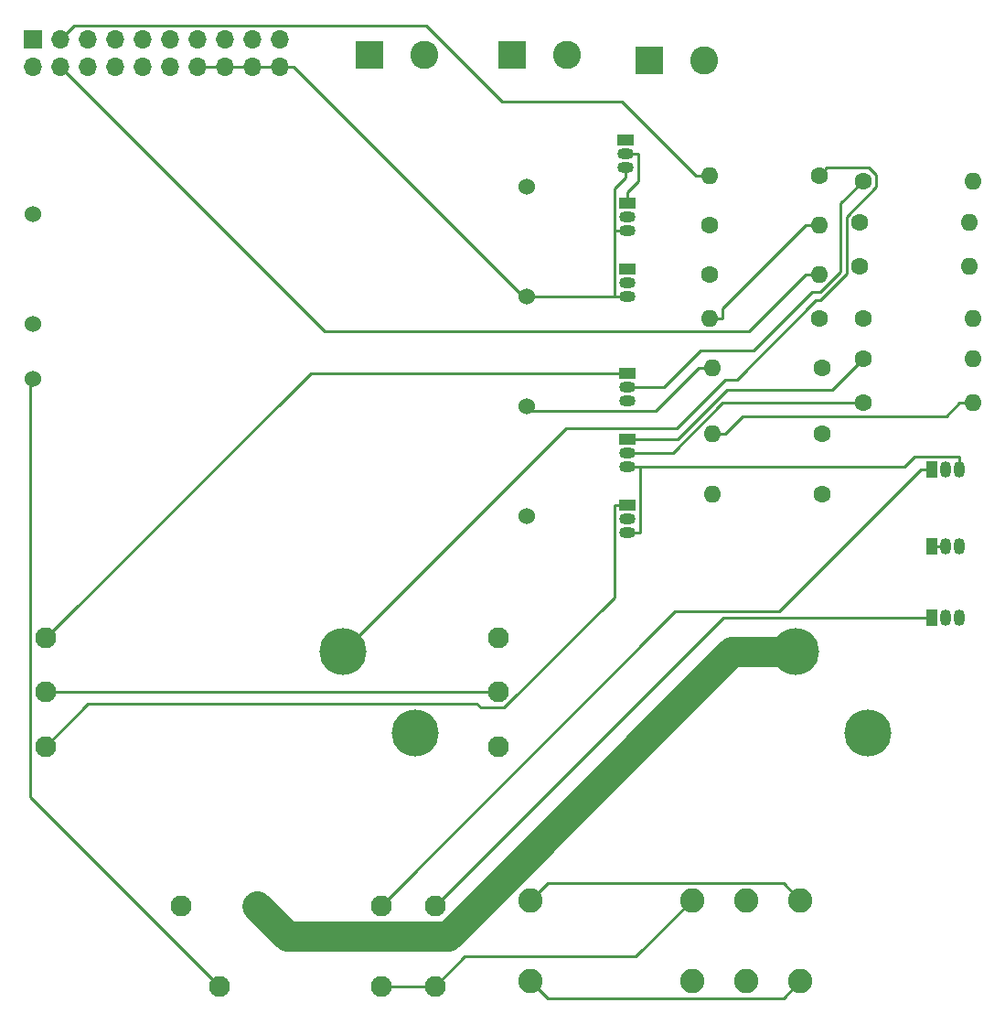
<source format=gbr>
%TF.GenerationSoftware,KiCad,Pcbnew,(5.1.6)-1*%
%TF.CreationDate,2021-11-09T13:55:48+01:00*%
%TF.ProjectId,FoxRobot,466f7852-6f62-46f7-942e-6b696361645f,V01*%
%TF.SameCoordinates,Original*%
%TF.FileFunction,Copper,L2,Bot*%
%TF.FilePolarity,Positive*%
%FSLAX46Y46*%
G04 Gerber Fmt 4.6, Leading zero omitted, Abs format (unit mm)*
G04 Created by KiCad (PCBNEW (5.1.6)-1) date 2021-11-09 13:55:48*
%MOMM*%
%LPD*%
G01*
G04 APERTURE LIST*
%TA.AperFunction,ComponentPad*%
%ADD10C,1.524000*%
%TD*%
%TA.AperFunction,ComponentPad*%
%ADD11O,1.600000X1.600000*%
%TD*%
%TA.AperFunction,ComponentPad*%
%ADD12C,1.600000*%
%TD*%
%TA.AperFunction,ComponentPad*%
%ADD13R,1.500000X1.050000*%
%TD*%
%TA.AperFunction,ComponentPad*%
%ADD14O,1.500000X1.050000*%
%TD*%
%TA.AperFunction,ComponentPad*%
%ADD15R,1.050000X1.500000*%
%TD*%
%TA.AperFunction,ComponentPad*%
%ADD16O,1.050000X1.500000*%
%TD*%
%TA.AperFunction,ComponentPad*%
%ADD17C,1.950000*%
%TD*%
%TA.AperFunction,ComponentPad*%
%ADD18C,4.350000*%
%TD*%
%TA.AperFunction,ComponentPad*%
%ADD19O,1.700000X1.700000*%
%TD*%
%TA.AperFunction,ComponentPad*%
%ADD20R,1.700000X1.700000*%
%TD*%
%TA.AperFunction,ComponentPad*%
%ADD21C,2.600000*%
%TD*%
%TA.AperFunction,ComponentPad*%
%ADD22R,2.600000X2.600000*%
%TD*%
%TA.AperFunction,ComponentPad*%
%ADD23C,2.250000*%
%TD*%
%TA.AperFunction,Conductor*%
%ADD24C,0.250000*%
%TD*%
%TA.AperFunction,Conductor*%
%ADD25C,2.800000*%
%TD*%
G04 APERTURE END LIST*
D10*
%TO.P,U1,8*%
%TO.N,N/C*%
X62865000Y-61468000D03*
%TO.P,U1,7*%
%TO.N,+5V*%
X62865000Y-51308000D03*
%TO.P,U1,6*%
%TO.N,GND*%
X62865000Y-41148000D03*
%TO.P,U1,5*%
%TO.N,N/C*%
X62865000Y-30988000D03*
%TO.P,U1,4*%
%TO.N,Net-(K2-Pad5)*%
X17145000Y-48768000D03*
%TO.P,U1,3*%
%TO.N,Net-(J2-Pad1)*%
X17145000Y-43688000D03*
%TO.P,U1,1*%
%TO.N,N/C*%
X17145000Y-33528000D03*
%TD*%
D11*
%TO.P,R13,2*%
%TO.N,+5V*%
X80010000Y-59436000D03*
D12*
%TO.P,R13,1*%
%TO.N,Net-(Q9-Pad2)*%
X90170000Y-59436000D03*
%TD*%
D11*
%TO.P,R12,2*%
%TO.N,+5V*%
X80010000Y-53848000D03*
D12*
%TO.P,R12,1*%
%TO.N,Net-(Q8-Pad2)*%
X90170000Y-53848000D03*
%TD*%
D11*
%TO.P,R11,2*%
%TO.N,+5V*%
X80010000Y-47752000D03*
D12*
%TO.P,R11,1*%
%TO.N,Net-(Q7-Pad2)*%
X90170000Y-47752000D03*
%TD*%
D11*
%TO.P,R10,2*%
%TO.N,+5V*%
X104140000Y-30480000D03*
D12*
%TO.P,R10,1*%
%TO.N,Net-(Q6-Pad2)*%
X93980000Y-30480000D03*
%TD*%
D11*
%TO.P,R9,2*%
%TO.N,+5V*%
X104138000Y-51022000D03*
D12*
%TO.P,R9,1*%
%TO.N,Net-(Q5-Pad2)*%
X93978000Y-51022000D03*
%TD*%
D11*
%TO.P,R8,2*%
%TO.N,+5V*%
X104138000Y-46972000D03*
D12*
%TO.P,R8,1*%
%TO.N,Net-(Q4-Pad2)*%
X93978000Y-46972000D03*
%TD*%
D11*
%TO.P,R7,2*%
%TO.N,+5V*%
X104140000Y-43180000D03*
D12*
%TO.P,R7,1*%
%TO.N,Net-(Q3-Pad2)*%
X93980000Y-43180000D03*
%TD*%
D11*
%TO.P,R6,2*%
%TO.N,+5V*%
X103846000Y-38366000D03*
D12*
%TO.P,R6,1*%
%TO.N,Net-(Q1-Pad2)*%
X93686000Y-38366000D03*
%TD*%
D11*
%TO.P,R5,2*%
%TO.N,+5V*%
X103846000Y-34316000D03*
D12*
%TO.P,R5,1*%
%TO.N,Net-(Q1-Pad2)*%
X93686000Y-34316000D03*
%TD*%
D11*
%TO.P,R4,2*%
%TO.N,GND*%
X89916000Y-34544000D03*
D12*
%TO.P,R4,1*%
%TO.N,Net-(J5-Pad3)*%
X79756000Y-34544000D03*
%TD*%
D11*
%TO.P,R3,2*%
%TO.N,GND*%
X79756000Y-43180000D03*
D12*
%TO.P,R3,1*%
%TO.N,Net-(J5-Pad4)*%
X89916000Y-43180000D03*
%TD*%
D11*
%TO.P,R2,2*%
%TO.N,Net-(J5-Pad3)*%
X79756000Y-29972000D03*
D12*
%TO.P,R2,1*%
%TO.N,Net-(J3-Pad2)*%
X89916000Y-29972000D03*
%TD*%
D11*
%TO.P,R1,2*%
%TO.N,Net-(J5-Pad4)*%
X89916000Y-39116000D03*
D12*
%TO.P,R1,1*%
%TO.N,Net-(J2-Pad2)*%
X79756000Y-39116000D03*
%TD*%
D13*
%TO.P,Q9,1*%
%TO.N,Net-(K4-Pad2)*%
X72136000Y-38608000D03*
D14*
%TO.P,Q9,3*%
%TO.N,GND*%
X72136000Y-41148000D03*
%TO.P,Q9,2*%
%TO.N,Net-(Q9-Pad2)*%
X72136000Y-39878000D03*
%TD*%
D13*
%TO.P,Q8,1*%
%TO.N,Net-(Q7-Pad2)*%
X72136000Y-32512000D03*
D14*
%TO.P,Q8,3*%
%TO.N,GND*%
X72136000Y-35052000D03*
%TO.P,Q8,2*%
%TO.N,Net-(Q8-Pad2)*%
X72136000Y-33782000D03*
%TD*%
D13*
%TO.P,Q7,1*%
%TO.N,Net-(K4-Pad1)*%
X72009000Y-26670000D03*
D14*
%TO.P,Q7,3*%
%TO.N,GND*%
X72009000Y-29210000D03*
%TO.P,Q7,2*%
%TO.N,Net-(Q7-Pad2)*%
X72009000Y-27940000D03*
%TD*%
D13*
%TO.P,Q6,1*%
%TO.N,Net-(K3-Pad2)*%
X72136000Y-48260000D03*
D14*
%TO.P,Q6,3*%
%TO.N,GND*%
X72136000Y-50800000D03*
%TO.P,Q6,2*%
%TO.N,Net-(Q6-Pad2)*%
X72136000Y-49530000D03*
%TD*%
D13*
%TO.P,Q5,1*%
%TO.N,Net-(Q4-Pad2)*%
X72136000Y-54356000D03*
D14*
%TO.P,Q5,3*%
%TO.N,GND*%
X72136000Y-56896000D03*
%TO.P,Q5,2*%
%TO.N,Net-(Q5-Pad2)*%
X72136000Y-55626000D03*
%TD*%
D13*
%TO.P,Q4,1*%
%TO.N,Net-(K3-Pad1)*%
X72136000Y-60452000D03*
D14*
%TO.P,Q4,3*%
%TO.N,GND*%
X72136000Y-62992000D03*
%TO.P,Q4,2*%
%TO.N,Net-(Q4-Pad2)*%
X72136000Y-61722000D03*
%TD*%
D15*
%TO.P,Q3,1*%
%TO.N,Net-(K2-Pad1)*%
X100330000Y-70866000D03*
D16*
%TO.P,Q3,3*%
%TO.N,GND*%
X102870000Y-70866000D03*
%TO.P,Q3,2*%
%TO.N,Net-(Q3-Pad2)*%
X101600000Y-70866000D03*
%TD*%
D15*
%TO.P,Q2,1*%
%TO.N,Net-(Q1-Pad2)*%
X100330000Y-64262000D03*
D16*
%TO.P,Q2,3*%
%TO.N,GND*%
X102870000Y-64262000D03*
%TO.P,Q2,2*%
%TO.N,Net-(Q1-Pad2)*%
X101600000Y-64262000D03*
%TD*%
D15*
%TO.P,Q1,1*%
%TO.N,Net-(K2-Pad2)*%
X100330000Y-57150000D03*
D16*
%TO.P,Q1,3*%
%TO.N,GND*%
X102870000Y-57150000D03*
%TO.P,Q1,2*%
%TO.N,Net-(Q1-Pad2)*%
X101600000Y-57150000D03*
%TD*%
D17*
%TO.P,K4,5*%
%TO.N,+5V*%
X60198000Y-77804000D03*
D18*
%TO.P,K4,4*%
%TO.N,Net-(J6-Pad2)*%
X94448000Y-81554000D03*
%TO.P,K4,3*%
%TO.N,Net-(J2-Pad2)*%
X87698000Y-74054000D03*
D17*
%TO.P,K4,2*%
%TO.N,Net-(K4-Pad2)*%
X60198000Y-72804000D03*
%TO.P,K4,1*%
%TO.N,Net-(K4-Pad1)*%
X60198000Y-82804000D03*
%TD*%
%TO.P,K3,5*%
%TO.N,+5V*%
X18288000Y-77804000D03*
D18*
%TO.P,K3,4*%
%TO.N,Net-(J6-Pad2)*%
X52538000Y-81554000D03*
%TO.P,K3,3*%
%TO.N,Net-(J3-Pad2)*%
X45788000Y-74054000D03*
D17*
%TO.P,K3,2*%
%TO.N,Net-(K3-Pad2)*%
X18288000Y-72804000D03*
%TO.P,K3,1*%
%TO.N,Net-(K3-Pad1)*%
X18288000Y-82804000D03*
%TD*%
%TO.P,K2,7*%
%TO.N,+5V*%
X54356000Y-105036000D03*
%TO.P,K2,6*%
X49356000Y-105036000D03*
%TO.P,K2,5*%
%TO.N,Net-(K2-Pad5)*%
X34356000Y-105036000D03*
%TO.P,K2,4*%
%TO.N,Net-(J3-Pad2)*%
X30856000Y-97536000D03*
%TO.P,K2,3*%
%TO.N,Net-(J2-Pad2)*%
X37856000Y-97536000D03*
%TO.P,K2,2*%
%TO.N,Net-(K2-Pad2)*%
X49356000Y-97536000D03*
%TO.P,K2,1*%
%TO.N,Net-(K2-Pad1)*%
X54356000Y-97536000D03*
%TD*%
D19*
%TO.P,J5,20*%
%TO.N,GND*%
X40005000Y-19939000D03*
%TO.P,J5,19*%
%TO.N,N/C*%
X40005000Y-17399000D03*
%TO.P,J5,18*%
%TO.N,GND*%
X37465000Y-19939000D03*
%TO.P,J5,17*%
%TO.N,N/C*%
X37465000Y-17399000D03*
%TO.P,J5,16*%
%TO.N,GND*%
X34925000Y-19939000D03*
%TO.P,J5,15*%
%TO.N,N/C*%
X34925000Y-17399000D03*
%TO.P,J5,14*%
%TO.N,GND*%
X32385000Y-19939000D03*
%TO.P,J5,13*%
%TO.N,N/C*%
X32385000Y-17399000D03*
%TO.P,J5,12*%
X29845000Y-19939000D03*
%TO.P,J5,11*%
X29845000Y-17399000D03*
%TO.P,J5,10*%
X27305000Y-19939000D03*
%TO.P,J5,9*%
X27305000Y-17399000D03*
%TO.P,J5,8*%
X24765000Y-19939000D03*
%TO.P,J5,7*%
X24765000Y-17399000D03*
%TO.P,J5,6*%
X22225000Y-19939000D03*
%TO.P,J5,5*%
X22225000Y-17399000D03*
%TO.P,J5,4*%
%TO.N,Net-(J5-Pad4)*%
X19685000Y-19939000D03*
%TO.P,J5,3*%
%TO.N,Net-(J5-Pad3)*%
X19685000Y-17399000D03*
%TO.P,J5,2*%
%TO.N,N/C*%
X17145000Y-19939000D03*
D20*
%TO.P,J5,1*%
X17145000Y-17399000D03*
%TD*%
D21*
%TO.P,J4,2*%
%TO.N,Net-(J4-Pad2)*%
X79248000Y-19304000D03*
D22*
%TO.P,J4,1*%
%TO.N,Net-(J4-Pad1)*%
X74168000Y-19304000D03*
%TD*%
D23*
%TO.P,K1,11*%
%TO.N,Net-(J4-Pad2)*%
X83192000Y-104542000D03*
%TO.P,K1,12*%
%TO.N,GND*%
X78192000Y-104542000D03*
%TO.P,K1,14*%
%TO.N,Net-(J1-Pad1)*%
X88192000Y-104542000D03*
%TO.P,K1,21*%
%TO.N,Net-(J4-Pad1)*%
X83192000Y-97042000D03*
%TO.P,K1,22*%
%TO.N,+5V*%
X78192000Y-97042000D03*
%TO.P,K1,24*%
%TO.N,Net-(J1-Pad2)*%
X88192000Y-97042000D03*
%TO.P,K1,A1*%
%TO.N,Net-(J1-Pad1)*%
X63192000Y-104542000D03*
%TO.P,K1,A2*%
%TO.N,Net-(J1-Pad2)*%
X63192000Y-97042000D03*
%TD*%
D22*
%TO.P,J1,1*%
%TO.N,Net-(J1-Pad1)*%
X61468000Y-18796000D03*
D21*
%TO.P,J1,2*%
%TO.N,Net-(J1-Pad2)*%
X66548000Y-18796000D03*
%TD*%
D22*
%TO.P,J6,1*%
%TO.N,Net-(J2-Pad1)*%
X48260000Y-18796000D03*
D21*
%TO.P,J6,2*%
%TO.N,Net-(J6-Pad2)*%
X53340000Y-18796000D03*
%TD*%
D24*
%TO.N,GND*%
X79756000Y-43180000D02*
X80981300Y-43180000D01*
X89916000Y-34544000D02*
X88690700Y-34544000D01*
X70960700Y-41148000D02*
X72136000Y-41148000D01*
X80981300Y-43180000D02*
X80981300Y-42253400D01*
X80981300Y-42253400D02*
X88690700Y-34544000D01*
X70960700Y-41148000D02*
X62865000Y-41148000D01*
X70960700Y-41148000D02*
X70960700Y-35052000D01*
X72136000Y-35052000D02*
X70960700Y-35052000D01*
X72009000Y-29210000D02*
X72009000Y-30160300D01*
X72009000Y-30160300D02*
X70960700Y-31208600D01*
X70960700Y-31208600D02*
X70960700Y-35052000D01*
X41280300Y-19939000D02*
X62489300Y-41148000D01*
X62489300Y-41148000D02*
X62865000Y-41148000D01*
X72136000Y-62992000D02*
X73311300Y-62992000D01*
X73311300Y-62992000D02*
X73311300Y-56896000D01*
X40005000Y-19939000D02*
X41280300Y-19939000D01*
X102870000Y-57150000D02*
X102870000Y-55974700D01*
X72136000Y-56896000D02*
X73311300Y-56896000D01*
X73311300Y-56896000D02*
X97817100Y-56896000D01*
X97817100Y-56896000D02*
X98738400Y-55974700D01*
X98738400Y-55974700D02*
X102870000Y-55974700D01*
X40005000Y-19939000D02*
X38740300Y-19939000D01*
X37465000Y-19939000D02*
X38740300Y-19939000D01*
X34925000Y-19939000D02*
X37465000Y-19939000D01*
X32385000Y-19939000D02*
X34925000Y-19939000D01*
%TO.N,Net-(Q1-Pad2)*%
X101600000Y-64262000D02*
X100330000Y-64262000D01*
%TO.N,Net-(Q4-Pad2)*%
X72136000Y-54356000D02*
X76843300Y-54356000D01*
X76843300Y-54356000D02*
X81402700Y-49796600D01*
X81402700Y-49796600D02*
X91153400Y-49796600D01*
X91153400Y-49796600D02*
X93978000Y-46972000D01*
%TO.N,+5V*%
X80010000Y-47752000D02*
X78784700Y-47752000D01*
X62865000Y-51308000D02*
X63309100Y-51752100D01*
X63309100Y-51752100D02*
X74784600Y-51752100D01*
X74784600Y-51752100D02*
X78784700Y-47752000D01*
X54356000Y-105036000D02*
X49356000Y-105036000D01*
X78192000Y-97042000D02*
X72963700Y-102270300D01*
X72963700Y-102270300D02*
X57121700Y-102270300D01*
X57121700Y-102270300D02*
X54356000Y-105036000D01*
X18288000Y-77804000D02*
X60198000Y-77804000D01*
X80010000Y-53848000D02*
X81235300Y-53848000D01*
X104138000Y-51022000D02*
X102912700Y-51022000D01*
X102912700Y-51022000D02*
X101687400Y-52247300D01*
X101687400Y-52247300D02*
X82836000Y-52247300D01*
X82836000Y-52247300D02*
X81235300Y-53848000D01*
%TO.N,Net-(J1-Pad2)*%
X63192000Y-97042000D02*
X64772700Y-95461300D01*
X64772700Y-95461300D02*
X86611300Y-95461300D01*
X86611300Y-95461300D02*
X88192000Y-97042000D01*
%TO.N,Net-(J1-Pad1)*%
X63192000Y-104542000D02*
X64768200Y-106118200D01*
X64768200Y-106118200D02*
X86615800Y-106118200D01*
X86615800Y-106118200D02*
X88192000Y-104542000D01*
D25*
%TO.N,Net-(J2-Pad2)*%
X37856000Y-97536000D02*
X40664900Y-100344900D01*
X40664900Y-100344900D02*
X55537000Y-100344900D01*
X55537000Y-100344900D02*
X81827900Y-74054000D01*
X81827900Y-74054000D02*
X87698000Y-74054000D01*
D24*
%TO.N,Net-(K2-Pad1)*%
X54356000Y-97536000D02*
X81026000Y-70866000D01*
X81026000Y-70866000D02*
X100330000Y-70866000D01*
%TO.N,Net-(K2-Pad2)*%
X100330000Y-57150000D02*
X99379700Y-57150000D01*
X49356000Y-97536000D02*
X76576400Y-70315600D01*
X76576400Y-70315600D02*
X86214100Y-70315600D01*
X86214100Y-70315600D02*
X99379700Y-57150000D01*
%TO.N,Net-(K2-Pad5)*%
X34356000Y-105036000D02*
X16854900Y-87534900D01*
X16854900Y-87534900D02*
X16854900Y-49058100D01*
X16854900Y-49058100D02*
X17145000Y-48768000D01*
%TO.N,Net-(K3-Pad1)*%
X72136000Y-60452000D02*
X70960700Y-60452000D01*
X18288000Y-82804000D02*
X22238400Y-78853600D01*
X22238400Y-78853600D02*
X58228100Y-78853600D01*
X58228100Y-78853600D02*
X58590700Y-79216200D01*
X58590700Y-79216200D02*
X60766400Y-79216200D01*
X60766400Y-79216200D02*
X70960700Y-69021900D01*
X70960700Y-69021900D02*
X70960700Y-60452000D01*
%TO.N,Net-(Q5-Pad2)*%
X72136000Y-55626000D02*
X76372100Y-55626000D01*
X76372100Y-55626000D02*
X80976100Y-51022000D01*
X80976100Y-51022000D02*
X93978000Y-51022000D01*
%TO.N,Net-(Q6-Pad2)*%
X93980000Y-30480000D02*
X91889400Y-32570600D01*
X91889400Y-32570600D02*
X91889400Y-38883200D01*
X91889400Y-38883200D02*
X89998500Y-40774100D01*
X89998500Y-40774100D02*
X89220300Y-40774100D01*
X89220300Y-40774100D02*
X83810900Y-46183500D01*
X83810900Y-46183500D02*
X78900900Y-46183500D01*
X78900900Y-46183500D02*
X75554400Y-49530000D01*
X75554400Y-49530000D02*
X72136000Y-49530000D01*
%TO.N,Net-(Q7-Pad2)*%
X72136000Y-32512000D02*
X72136000Y-31561700D01*
X72009000Y-27940000D02*
X73184300Y-27940000D01*
X73184300Y-27940000D02*
X73184300Y-30513400D01*
X73184300Y-30513400D02*
X72136000Y-31561700D01*
%TO.N,Net-(J3-Pad2)*%
X45788000Y-74054000D02*
X66446500Y-53395500D01*
X66446500Y-53395500D02*
X76714600Y-53395500D01*
X76714600Y-53395500D02*
X81235400Y-48874700D01*
X81235400Y-48874700D02*
X82287000Y-48874700D01*
X82287000Y-48874700D02*
X89642700Y-41519000D01*
X89642700Y-41519000D02*
X90032000Y-41519000D01*
X90032000Y-41519000D02*
X92439800Y-39111200D01*
X92439800Y-39111200D02*
X92439800Y-33791300D01*
X92439800Y-33791300D02*
X95206100Y-31025000D01*
X95206100Y-31025000D02*
X95206100Y-29907900D01*
X95206100Y-29907900D02*
X94537400Y-29239200D01*
X94537400Y-29239200D02*
X90648800Y-29239200D01*
X90648800Y-29239200D02*
X89916000Y-29972000D01*
%TO.N,Net-(J5-Pad4)*%
X88690700Y-39116000D02*
X83401000Y-44405700D01*
X83401000Y-44405700D02*
X44151700Y-44405700D01*
X44151700Y-44405700D02*
X19685000Y-19939000D01*
X89916000Y-39116000D02*
X88690700Y-39116000D01*
%TO.N,Net-(J5-Pad3)*%
X79756000Y-29972000D02*
X78530700Y-29972000D01*
X19685000Y-17399000D02*
X20970200Y-16113800D01*
X20970200Y-16113800D02*
X53539900Y-16113800D01*
X53539900Y-16113800D02*
X60549400Y-23123300D01*
X60549400Y-23123300D02*
X71682000Y-23123300D01*
X71682000Y-23123300D02*
X78530700Y-29972000D01*
%TO.N,Net-(K3-Pad2)*%
X18288000Y-72804000D02*
X42832000Y-48260000D01*
X42832000Y-48260000D02*
X72136000Y-48260000D01*
%TD*%
M02*

</source>
